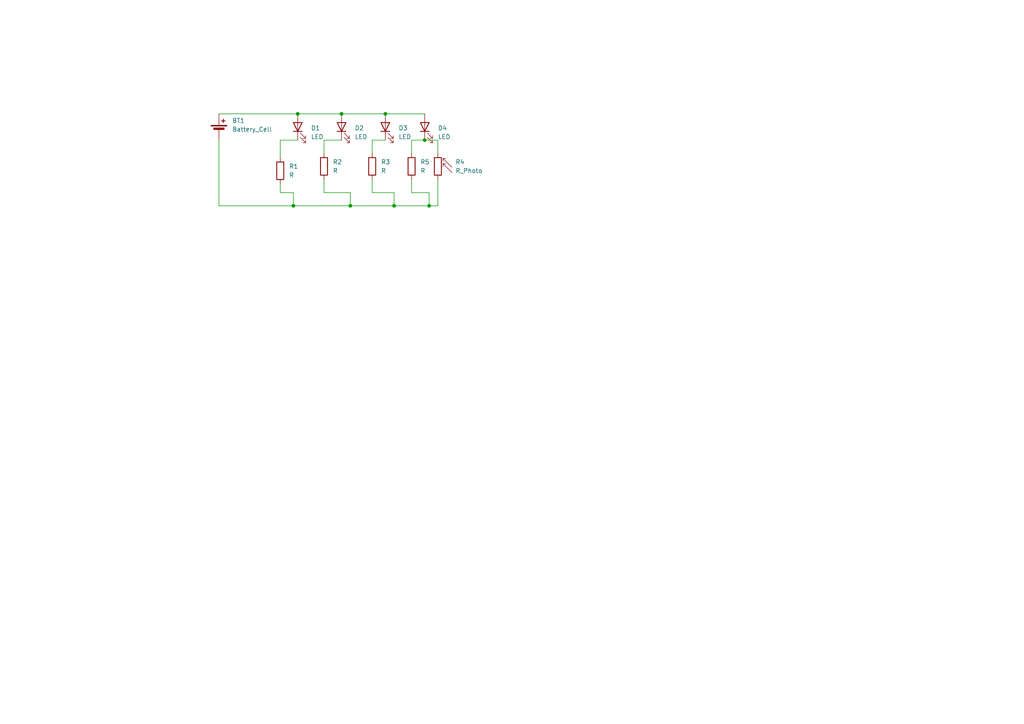
<source format=kicad_sch>
(kicad_sch
	(version 20250114)
	(generator "eeschema")
	(generator_version "9.0")
	(uuid "a70578d2-04d9-4bdd-a396-7176a0e6e46d")
	(paper "A4")
	(lib_symbols
		(symbol "Device:Battery_Cell"
			(pin_numbers
				(hide yes)
			)
			(pin_names
				(offset 0)
				(hide yes)
			)
			(exclude_from_sim no)
			(in_bom yes)
			(on_board yes)
			(property "Reference" "BT"
				(at 2.54 2.54 0)
				(effects
					(font
						(size 1.27 1.27)
					)
					(justify left)
				)
			)
			(property "Value" "Battery_Cell"
				(at 2.54 0 0)
				(effects
					(font
						(size 1.27 1.27)
					)
					(justify left)
				)
			)
			(property "Footprint" ""
				(at 0 1.524 90)
				(effects
					(font
						(size 1.27 1.27)
					)
					(hide yes)
				)
			)
			(property "Datasheet" "~"
				(at 0 1.524 90)
				(effects
					(font
						(size 1.27 1.27)
					)
					(hide yes)
				)
			)
			(property "Description" "Single-cell battery"
				(at 0 0 0)
				(effects
					(font
						(size 1.27 1.27)
					)
					(hide yes)
				)
			)
			(property "ki_keywords" "battery cell"
				(at 0 0 0)
				(effects
					(font
						(size 1.27 1.27)
					)
					(hide yes)
				)
			)
			(symbol "Battery_Cell_0_1"
				(rectangle
					(start -2.286 1.778)
					(end 2.286 1.524)
					(stroke
						(width 0)
						(type default)
					)
					(fill
						(type outline)
					)
				)
				(rectangle
					(start -1.524 1.016)
					(end 1.524 0.508)
					(stroke
						(width 0)
						(type default)
					)
					(fill
						(type outline)
					)
				)
				(polyline
					(pts
						(xy 0 1.778) (xy 0 2.54)
					)
					(stroke
						(width 0)
						(type default)
					)
					(fill
						(type none)
					)
				)
				(polyline
					(pts
						(xy 0 0.762) (xy 0 0)
					)
					(stroke
						(width 0)
						(type default)
					)
					(fill
						(type none)
					)
				)
				(polyline
					(pts
						(xy 0.762 3.048) (xy 1.778 3.048)
					)
					(stroke
						(width 0.254)
						(type default)
					)
					(fill
						(type none)
					)
				)
				(polyline
					(pts
						(xy 1.27 3.556) (xy 1.27 2.54)
					)
					(stroke
						(width 0.254)
						(type default)
					)
					(fill
						(type none)
					)
				)
			)
			(symbol "Battery_Cell_1_1"
				(pin passive line
					(at 0 5.08 270)
					(length 2.54)
					(name "+"
						(effects
							(font
								(size 1.27 1.27)
							)
						)
					)
					(number "1"
						(effects
							(font
								(size 1.27 1.27)
							)
						)
					)
				)
				(pin passive line
					(at 0 -2.54 90)
					(length 2.54)
					(name "-"
						(effects
							(font
								(size 1.27 1.27)
							)
						)
					)
					(number "2"
						(effects
							(font
								(size 1.27 1.27)
							)
						)
					)
				)
			)
			(embedded_fonts no)
		)
		(symbol "Device:LED"
			(pin_numbers
				(hide yes)
			)
			(pin_names
				(offset 1.016)
				(hide yes)
			)
			(exclude_from_sim no)
			(in_bom yes)
			(on_board yes)
			(property "Reference" "D"
				(at 0 2.54 0)
				(effects
					(font
						(size 1.27 1.27)
					)
				)
			)
			(property "Value" "LED"
				(at 0 -2.54 0)
				(effects
					(font
						(size 1.27 1.27)
					)
				)
			)
			(property "Footprint" ""
				(at 0 0 0)
				(effects
					(font
						(size 1.27 1.27)
					)
					(hide yes)
				)
			)
			(property "Datasheet" "~"
				(at 0 0 0)
				(effects
					(font
						(size 1.27 1.27)
					)
					(hide yes)
				)
			)
			(property "Description" "Light emitting diode"
				(at 0 0 0)
				(effects
					(font
						(size 1.27 1.27)
					)
					(hide yes)
				)
			)
			(property "Sim.Pins" "1=K 2=A"
				(at 0 0 0)
				(effects
					(font
						(size 1.27 1.27)
					)
					(hide yes)
				)
			)
			(property "ki_keywords" "LED diode"
				(at 0 0 0)
				(effects
					(font
						(size 1.27 1.27)
					)
					(hide yes)
				)
			)
			(property "ki_fp_filters" "LED* LED_SMD:* LED_THT:*"
				(at 0 0 0)
				(effects
					(font
						(size 1.27 1.27)
					)
					(hide yes)
				)
			)
			(symbol "LED_0_1"
				(polyline
					(pts
						(xy -3.048 -0.762) (xy -4.572 -2.286) (xy -3.81 -2.286) (xy -4.572 -2.286) (xy -4.572 -1.524)
					)
					(stroke
						(width 0)
						(type default)
					)
					(fill
						(type none)
					)
				)
				(polyline
					(pts
						(xy -1.778 -0.762) (xy -3.302 -2.286) (xy -2.54 -2.286) (xy -3.302 -2.286) (xy -3.302 -1.524)
					)
					(stroke
						(width 0)
						(type default)
					)
					(fill
						(type none)
					)
				)
				(polyline
					(pts
						(xy -1.27 0) (xy 1.27 0)
					)
					(stroke
						(width 0)
						(type default)
					)
					(fill
						(type none)
					)
				)
				(polyline
					(pts
						(xy -1.27 -1.27) (xy -1.27 1.27)
					)
					(stroke
						(width 0.254)
						(type default)
					)
					(fill
						(type none)
					)
				)
				(polyline
					(pts
						(xy 1.27 -1.27) (xy 1.27 1.27) (xy -1.27 0) (xy 1.27 -1.27)
					)
					(stroke
						(width 0.254)
						(type default)
					)
					(fill
						(type none)
					)
				)
			)
			(symbol "LED_1_1"
				(pin passive line
					(at -3.81 0 0)
					(length 2.54)
					(name "K"
						(effects
							(font
								(size 1.27 1.27)
							)
						)
					)
					(number "1"
						(effects
							(font
								(size 1.27 1.27)
							)
						)
					)
				)
				(pin passive line
					(at 3.81 0 180)
					(length 2.54)
					(name "A"
						(effects
							(font
								(size 1.27 1.27)
							)
						)
					)
					(number "2"
						(effects
							(font
								(size 1.27 1.27)
							)
						)
					)
				)
			)
			(embedded_fonts no)
		)
		(symbol "Device:R"
			(pin_numbers
				(hide yes)
			)
			(pin_names
				(offset 0)
			)
			(exclude_from_sim no)
			(in_bom yes)
			(on_board yes)
			(property "Reference" "R"
				(at 2.032 0 90)
				(effects
					(font
						(size 1.27 1.27)
					)
				)
			)
			(property "Value" "R"
				(at 0 0 90)
				(effects
					(font
						(size 1.27 1.27)
					)
				)
			)
			(property "Footprint" ""
				(at -1.778 0 90)
				(effects
					(font
						(size 1.27 1.27)
					)
					(hide yes)
				)
			)
			(property "Datasheet" "~"
				(at 0 0 0)
				(effects
					(font
						(size 1.27 1.27)
					)
					(hide yes)
				)
			)
			(property "Description" "Resistor"
				(at 0 0 0)
				(effects
					(font
						(size 1.27 1.27)
					)
					(hide yes)
				)
			)
			(property "ki_keywords" "R res resistor"
				(at 0 0 0)
				(effects
					(font
						(size 1.27 1.27)
					)
					(hide yes)
				)
			)
			(property "ki_fp_filters" "R_*"
				(at 0 0 0)
				(effects
					(font
						(size 1.27 1.27)
					)
					(hide yes)
				)
			)
			(symbol "R_0_1"
				(rectangle
					(start -1.016 -2.54)
					(end 1.016 2.54)
					(stroke
						(width 0.254)
						(type default)
					)
					(fill
						(type none)
					)
				)
			)
			(symbol "R_1_1"
				(pin passive line
					(at 0 3.81 270)
					(length 1.27)
					(name "~"
						(effects
							(font
								(size 1.27 1.27)
							)
						)
					)
					(number "1"
						(effects
							(font
								(size 1.27 1.27)
							)
						)
					)
				)
				(pin passive line
					(at 0 -3.81 90)
					(length 1.27)
					(name "~"
						(effects
							(font
								(size 1.27 1.27)
							)
						)
					)
					(number "2"
						(effects
							(font
								(size 1.27 1.27)
							)
						)
					)
				)
			)
			(embedded_fonts no)
		)
		(symbol "Device:R_Photo"
			(pin_numbers
				(hide yes)
			)
			(pin_names
				(offset 0)
			)
			(exclude_from_sim no)
			(in_bom yes)
			(on_board yes)
			(property "Reference" "R"
				(at 1.27 1.27 0)
				(effects
					(font
						(size 1.27 1.27)
					)
					(justify left)
				)
			)
			(property "Value" "R_Photo"
				(at 1.27 0 0)
				(effects
					(font
						(size 1.27 1.27)
					)
					(justify left top)
				)
			)
			(property "Footprint" ""
				(at 1.27 -6.35 90)
				(effects
					(font
						(size 1.27 1.27)
					)
					(justify left)
					(hide yes)
				)
			)
			(property "Datasheet" "~"
				(at 0 -1.27 0)
				(effects
					(font
						(size 1.27 1.27)
					)
					(hide yes)
				)
			)
			(property "Description" "Photoresistor"
				(at 0 0 0)
				(effects
					(font
						(size 1.27 1.27)
					)
					(hide yes)
				)
			)
			(property "ki_keywords" "resistor variable light sensitive opto LDR"
				(at 0 0 0)
				(effects
					(font
						(size 1.27 1.27)
					)
					(hide yes)
				)
			)
			(property "ki_fp_filters" "*LDR* R?LDR*"
				(at 0 0 0)
				(effects
					(font
						(size 1.27 1.27)
					)
					(hide yes)
				)
			)
			(symbol "R_Photo_0_1"
				(polyline
					(pts
						(xy -1.524 -0.762) (xy -4.064 1.778)
					)
					(stroke
						(width 0)
						(type default)
					)
					(fill
						(type none)
					)
				)
				(polyline
					(pts
						(xy -1.524 -0.762) (xy -2.286 -0.762)
					)
					(stroke
						(width 0)
						(type default)
					)
					(fill
						(type none)
					)
				)
				(polyline
					(pts
						(xy -1.524 -0.762) (xy -1.524 0)
					)
					(stroke
						(width 0)
						(type default)
					)
					(fill
						(type none)
					)
				)
				(polyline
					(pts
						(xy -1.524 -2.286) (xy -4.064 0.254)
					)
					(stroke
						(width 0)
						(type default)
					)
					(fill
						(type none)
					)
				)
				(polyline
					(pts
						(xy -1.524 -2.286) (xy -2.286 -2.286)
					)
					(stroke
						(width 0)
						(type default)
					)
					(fill
						(type none)
					)
				)
				(polyline
					(pts
						(xy -1.524 -2.286) (xy -1.524 -1.524)
					)
					(stroke
						(width 0)
						(type default)
					)
					(fill
						(type none)
					)
				)
				(rectangle
					(start -1.016 2.54)
					(end 1.016 -2.54)
					(stroke
						(width 0.254)
						(type default)
					)
					(fill
						(type none)
					)
				)
			)
			(symbol "R_Photo_1_1"
				(pin passive line
					(at 0 3.81 270)
					(length 1.27)
					(name "~"
						(effects
							(font
								(size 1.27 1.27)
							)
						)
					)
					(number "1"
						(effects
							(font
								(size 1.27 1.27)
							)
						)
					)
				)
				(pin passive line
					(at 0 -3.81 90)
					(length 1.27)
					(name "~"
						(effects
							(font
								(size 1.27 1.27)
							)
						)
					)
					(number "2"
						(effects
							(font
								(size 1.27 1.27)
							)
						)
					)
				)
			)
			(embedded_fonts no)
		)
	)
	(junction
		(at 123.19 40.64)
		(diameter 0)
		(color 0 0 0 0)
		(uuid "0bf8ee03-12df-49c9-bd97-da1a6595c6ce")
	)
	(junction
		(at 101.6 59.69)
		(diameter 0)
		(color 0 0 0 0)
		(uuid "27969fa9-633c-4821-ad6d-9820bb93f410")
	)
	(junction
		(at 99.06 33.02)
		(diameter 0)
		(color 0 0 0 0)
		(uuid "4d2a5644-995b-4450-94e8-a9f29c22d04e")
	)
	(junction
		(at 86.36 33.02)
		(diameter 0)
		(color 0 0 0 0)
		(uuid "730f9384-3b51-4528-a2dc-e9e875347085")
	)
	(junction
		(at 85.09 59.69)
		(diameter 0)
		(color 0 0 0 0)
		(uuid "9d4cbf2d-c5d5-4577-9bd7-6b0ebccc5fa9")
	)
	(junction
		(at 124.46 59.69)
		(diameter 0)
		(color 0 0 0 0)
		(uuid "b2320e69-e55c-4f4a-9acc-568fb24e74fe")
	)
	(junction
		(at 114.3 59.69)
		(diameter 0)
		(color 0 0 0 0)
		(uuid "d904a947-2f94-4b60-a8b4-98e1aabd43ab")
	)
	(junction
		(at 111.76 33.02)
		(diameter 0)
		(color 0 0 0 0)
		(uuid "f2f20e4f-d17d-49d0-81fc-c5df047c9a02")
	)
	(wire
		(pts
			(xy 114.3 55.88) (xy 114.3 59.69)
		)
		(stroke
			(width 0)
			(type default)
		)
		(uuid "03d27620-248c-477c-a788-128807e03fd9")
	)
	(wire
		(pts
			(xy 127 44.45) (xy 127 40.64)
		)
		(stroke
			(width 0)
			(type default)
		)
		(uuid "0a0bc4b6-2b6c-4ac6-b95b-d7508a1164dc")
	)
	(wire
		(pts
			(xy 81.28 53.34) (xy 81.28 55.88)
		)
		(stroke
			(width 0)
			(type default)
		)
		(uuid "0c827720-46d0-4006-bce8-9526f88f431a")
	)
	(wire
		(pts
			(xy 123.19 40.64) (xy 119.38 40.64)
		)
		(stroke
			(width 0)
			(type default)
		)
		(uuid "1110a84a-1271-45c6-8926-7dab796041b4")
	)
	(wire
		(pts
			(xy 119.38 52.07) (xy 119.38 55.88)
		)
		(stroke
			(width 0)
			(type default)
		)
		(uuid "2549f58c-1495-4b97-bd9b-0009d0b7fff5")
	)
	(wire
		(pts
			(xy 81.28 55.88) (xy 85.09 55.88)
		)
		(stroke
			(width 0)
			(type default)
		)
		(uuid "2c1b3ec6-ff53-4eb7-8446-849db2306d17")
	)
	(wire
		(pts
			(xy 107.95 40.64) (xy 107.95 44.45)
		)
		(stroke
			(width 0)
			(type default)
		)
		(uuid "2f0067d7-8ad4-45dd-9ba7-5c95fbd6803e")
	)
	(wire
		(pts
			(xy 63.5 33.02) (xy 86.36 33.02)
		)
		(stroke
			(width 0)
			(type default)
		)
		(uuid "3c7352fe-3d5f-4ec2-b523-600ef4e2f2d0")
	)
	(wire
		(pts
			(xy 93.98 52.07) (xy 93.98 55.88)
		)
		(stroke
			(width 0)
			(type default)
		)
		(uuid "43e881be-53cb-44bb-8e9c-247c148fa0e2")
	)
	(wire
		(pts
			(xy 101.6 59.69) (xy 114.3 59.69)
		)
		(stroke
			(width 0)
			(type default)
		)
		(uuid "47499924-d191-489b-958e-ecee59a1facd")
	)
	(wire
		(pts
			(xy 119.38 40.64) (xy 119.38 44.45)
		)
		(stroke
			(width 0)
			(type default)
		)
		(uuid "4f8a3251-ee2d-430a-b1ac-5961f2608d65")
	)
	(wire
		(pts
			(xy 119.38 55.88) (xy 124.46 55.88)
		)
		(stroke
			(width 0)
			(type default)
		)
		(uuid "578c1d1f-beb4-4fde-88d5-6bf54af3b474")
	)
	(wire
		(pts
			(xy 81.28 45.72) (xy 81.28 40.64)
		)
		(stroke
			(width 0)
			(type default)
		)
		(uuid "5c18b5d2-3aed-4c44-9cca-171f13f308db")
	)
	(wire
		(pts
			(xy 127 40.64) (xy 123.19 40.64)
		)
		(stroke
			(width 0)
			(type default)
		)
		(uuid "75251eb2-ecda-447e-9239-9b9b02ef5294")
	)
	(wire
		(pts
			(xy 93.98 55.88) (xy 101.6 55.88)
		)
		(stroke
			(width 0)
			(type default)
		)
		(uuid "7611db4d-5387-4a76-abfe-6ca8159d8e9c")
	)
	(wire
		(pts
			(xy 111.76 40.64) (xy 107.95 40.64)
		)
		(stroke
			(width 0)
			(type default)
		)
		(uuid "7cce6448-f4f8-4140-b4ef-b95623b27344")
	)
	(wire
		(pts
			(xy 81.28 40.64) (xy 86.36 40.64)
		)
		(stroke
			(width 0)
			(type default)
		)
		(uuid "7fcd2227-fb05-494d-b815-cecb7b26f553")
	)
	(wire
		(pts
			(xy 85.09 55.88) (xy 85.09 59.69)
		)
		(stroke
			(width 0)
			(type default)
		)
		(uuid "8d621e05-88d8-441a-9065-cb970b3d935d")
	)
	(wire
		(pts
			(xy 63.5 40.64) (xy 63.5 59.69)
		)
		(stroke
			(width 0)
			(type default)
		)
		(uuid "935ae4cb-048f-420e-a799-0efec8c9f289")
	)
	(wire
		(pts
			(xy 124.46 59.69) (xy 127 59.69)
		)
		(stroke
			(width 0)
			(type default)
		)
		(uuid "95d39370-b0fd-43be-ae72-82f8c4daae2d")
	)
	(wire
		(pts
			(xy 114.3 59.69) (xy 124.46 59.69)
		)
		(stroke
			(width 0)
			(type default)
		)
		(uuid "96bdf894-395c-4c67-8900-2d5294ddde5e")
	)
	(wire
		(pts
			(xy 85.09 59.69) (xy 101.6 59.69)
		)
		(stroke
			(width 0)
			(type default)
		)
		(uuid "9e5bbabf-6ddd-40fc-a806-a14f2c26e426")
	)
	(wire
		(pts
			(xy 124.46 55.88) (xy 124.46 59.69)
		)
		(stroke
			(width 0)
			(type default)
		)
		(uuid "a422803e-e14b-4da5-b8de-f818a491ce21")
	)
	(wire
		(pts
			(xy 111.76 33.02) (xy 123.19 33.02)
		)
		(stroke
			(width 0)
			(type default)
		)
		(uuid "a9a661e2-5e73-4250-b98f-d59476e82242")
	)
	(wire
		(pts
			(xy 107.95 52.07) (xy 107.95 55.88)
		)
		(stroke
			(width 0)
			(type default)
		)
		(uuid "c0b52bda-006f-4973-aef5-6e2e519a839b")
	)
	(wire
		(pts
			(xy 127 52.07) (xy 127 59.69)
		)
		(stroke
			(width 0)
			(type default)
		)
		(uuid "c4783e9a-50f4-4815-919c-859e0e8df78d")
	)
	(wire
		(pts
			(xy 99.06 40.64) (xy 93.98 40.64)
		)
		(stroke
			(width 0)
			(type default)
		)
		(uuid "c486ed19-996d-4ab2-ad87-ff05d4f06291")
	)
	(wire
		(pts
			(xy 63.5 59.69) (xy 85.09 59.69)
		)
		(stroke
			(width 0)
			(type default)
		)
		(uuid "cd2fa134-ac3e-4712-81fb-2207eb2079fa")
	)
	(wire
		(pts
			(xy 86.36 33.02) (xy 99.06 33.02)
		)
		(stroke
			(width 0)
			(type default)
		)
		(uuid "ce5edd93-f822-4065-8ca3-f7036e7b863d")
	)
	(wire
		(pts
			(xy 93.98 40.64) (xy 93.98 44.45)
		)
		(stroke
			(width 0)
			(type default)
		)
		(uuid "dd9da71c-75a9-4f9d-8a0f-7e99a66805c7")
	)
	(wire
		(pts
			(xy 101.6 55.88) (xy 101.6 59.69)
		)
		(stroke
			(width 0)
			(type default)
		)
		(uuid "eece4f77-241a-4312-b05a-353a2678f257")
	)
	(wire
		(pts
			(xy 107.95 55.88) (xy 114.3 55.88)
		)
		(stroke
			(width 0)
			(type default)
		)
		(uuid "f61d5952-8ab4-4846-bb63-ff26dbc71d85")
	)
	(wire
		(pts
			(xy 99.06 33.02) (xy 111.76 33.02)
		)
		(stroke
			(width 0)
			(type default)
		)
		(uuid "f6526296-1d2b-4e3d-9a3a-865cec29e741")
	)
	(symbol
		(lib_id "Device:LED")
		(at 86.36 36.83 90)
		(unit 1)
		(exclude_from_sim no)
		(in_bom yes)
		(on_board yes)
		(dnp no)
		(fields_autoplaced yes)
		(uuid "13858376-4e94-4949-af38-d778fa57b861")
		(property "Reference" "D1"
			(at 90.17 37.1474 90)
			(effects
				(font
					(size 1.27 1.27)
				)
				(justify right)
			)
		)
		(property "Value" "LED"
			(at 90.17 39.6874 90)
			(effects
				(font
					(size 1.27 1.27)
				)
				(justify right)
			)
		)
		(property "Footprint" "LED_THT:LED_D5.0mm"
			(at 86.36 36.83 0)
			(effects
				(font
					(size 1.27 1.27)
				)
				(hide yes)
			)
		)
		(property "Datasheet" "~"
			(at 86.36 36.83 0)
			(effects
				(font
					(size 1.27 1.27)
				)
				(hide yes)
			)
		)
		(property "Description" "Light emitting diode"
			(at 86.36 36.83 0)
			(effects
				(font
					(size 1.27 1.27)
				)
				(hide yes)
			)
		)
		(property "Sim.Pins" "1=K 2=A"
			(at 86.36 36.83 0)
			(effects
				(font
					(size 1.27 1.27)
				)
				(hide yes)
			)
		)
		(pin "2"
			(uuid "3ca4b0bd-e716-4a13-bb04-7e99414a04bf")
		)
		(pin "1"
			(uuid "bb9a4e00-b3c9-4a09-a977-2fa918db5473")
		)
		(instances
			(project ""
				(path "/a70578d2-04d9-4bdd-a396-7176a0e6e46d"
					(reference "D1")
					(unit 1)
				)
			)
		)
	)
	(symbol
		(lib_id "Device:R")
		(at 93.98 48.26 0)
		(unit 1)
		(exclude_from_sim no)
		(in_bom yes)
		(on_board yes)
		(dnp no)
		(fields_autoplaced yes)
		(uuid "258e4755-9e2c-4f46-9137-f50b6267f78c")
		(property "Reference" "R2"
			(at 96.52 46.9899 0)
			(effects
				(font
					(size 1.27 1.27)
				)
				(justify left)
			)
		)
		(property "Value" "R"
			(at 96.52 49.5299 0)
			(effects
				(font
					(size 1.27 1.27)
				)
				(justify left)
			)
		)
		(property "Footprint" "Resistor_THT:R_Axial_DIN0207_L6.3mm_D2.5mm_P7.62mm_Horizontal"
			(at 92.202 48.26 90)
			(effects
				(font
					(size 1.27 1.27)
				)
				(hide yes)
			)
		)
		(property "Datasheet" "~"
			(at 93.98 48.26 0)
			(effects
				(font
					(size 1.27 1.27)
				)
				(hide yes)
			)
		)
		(property "Description" "Resistor"
			(at 93.98 48.26 0)
			(effects
				(font
					(size 1.27 1.27)
				)
				(hide yes)
			)
		)
		(pin "1"
			(uuid "f37fc12b-10f4-4322-9bd7-c3c832fb621d")
		)
		(pin "2"
			(uuid "74221c5b-462c-42c1-a3b1-338da6b7906b")
		)
		(instances
			(project "yash001 pcb"
				(path "/a70578d2-04d9-4bdd-a396-7176a0e6e46d"
					(reference "R2")
					(unit 1)
				)
			)
		)
	)
	(symbol
		(lib_id "Device:R_Photo")
		(at 127 48.26 180)
		(unit 1)
		(exclude_from_sim no)
		(in_bom yes)
		(on_board yes)
		(dnp no)
		(fields_autoplaced yes)
		(uuid "3df4aeb6-4b12-4239-9533-e2d5af124f3f")
		(property "Reference" "R4"
			(at 132.08 46.9899 0)
			(effects
				(font
					(size 1.27 1.27)
				)
				(justify right)
			)
		)
		(property "Value" "R_Photo"
			(at 132.08 49.5299 0)
			(effects
				(font
					(size 1.27 1.27)
				)
				(justify right)
			)
		)
		(property "Footprint" "OptoDevice:R_LDR_5.1x4.3mm_P3.4mm_Vertical"
			(at 125.73 41.91 90)
			(effects
				(font
					(size 1.27 1.27)
				)
				(justify left)
				(hide yes)
			)
		)
		(property "Datasheet" "~"
			(at 127 46.99 0)
			(effects
				(font
					(size 1.27 1.27)
				)
				(hide yes)
			)
		)
		(property "Description" "Photoresistor"
			(at 127 48.26 0)
			(effects
				(font
					(size 1.27 1.27)
				)
				(hide yes)
			)
		)
		(pin "1"
			(uuid "37081e81-6d14-4941-a9ac-94936970e1cd")
		)
		(pin "2"
			(uuid "f1021303-6fee-4975-a95c-bbc18e7dced9")
		)
		(instances
			(project "yash001 pcb"
				(path "/a70578d2-04d9-4bdd-a396-7176a0e6e46d"
					(reference "R4")
					(unit 1)
				)
			)
		)
	)
	(symbol
		(lib_id "Device:LED")
		(at 111.76 36.83 90)
		(unit 1)
		(exclude_from_sim no)
		(in_bom yes)
		(on_board yes)
		(dnp no)
		(fields_autoplaced yes)
		(uuid "579d1582-3ee8-47fd-aced-db157c761624")
		(property "Reference" "D3"
			(at 115.57 37.1474 90)
			(effects
				(font
					(size 1.27 1.27)
				)
				(justify right)
			)
		)
		(property "Value" "LED"
			(at 115.57 39.6874 90)
			(effects
				(font
					(size 1.27 1.27)
				)
				(justify right)
			)
		)
		(property "Footprint" "LED_THT:LED_D5.0mm"
			(at 111.76 36.83 0)
			(effects
				(font
					(size 1.27 1.27)
				)
				(hide yes)
			)
		)
		(property "Datasheet" "~"
			(at 111.76 36.83 0)
			(effects
				(font
					(size 1.27 1.27)
				)
				(hide yes)
			)
		)
		(property "Description" "Light emitting diode"
			(at 111.76 36.83 0)
			(effects
				(font
					(size 1.27 1.27)
				)
				(hide yes)
			)
		)
		(property "Sim.Pins" "1=K 2=A"
			(at 111.76 36.83 0)
			(effects
				(font
					(size 1.27 1.27)
				)
				(hide yes)
			)
		)
		(pin "2"
			(uuid "9a499c3b-9e1a-4ef1-87a0-4b474d3943ec")
		)
		(pin "1"
			(uuid "2ac696ef-fb3e-443b-a147-2ca6a4aeb7aa")
		)
		(instances
			(project "yash001 pcb"
				(path "/a70578d2-04d9-4bdd-a396-7176a0e6e46d"
					(reference "D3")
					(unit 1)
				)
			)
		)
	)
	(symbol
		(lib_id "Device:R")
		(at 81.28 49.53 0)
		(unit 1)
		(exclude_from_sim no)
		(in_bom yes)
		(on_board yes)
		(dnp no)
		(fields_autoplaced yes)
		(uuid "6defcb37-cee1-42d6-a51e-b4c7317705b6")
		(property "Reference" "R1"
			(at 83.82 48.2599 0)
			(effects
				(font
					(size 1.27 1.27)
				)
				(justify left)
			)
		)
		(property "Value" "R"
			(at 83.82 50.7999 0)
			(effects
				(font
					(size 1.27 1.27)
				)
				(justify left)
			)
		)
		(property "Footprint" "Resistor_THT:R_Axial_DIN0207_L6.3mm_D2.5mm_P7.62mm_Horizontal"
			(at 79.502 49.53 90)
			(effects
				(font
					(size 1.27 1.27)
				)
				(hide yes)
			)
		)
		(property "Datasheet" "~"
			(at 81.28 49.53 0)
			(effects
				(font
					(size 1.27 1.27)
				)
				(hide yes)
			)
		)
		(property "Description" "Resistor"
			(at 81.28 49.53 0)
			(effects
				(font
					(size 1.27 1.27)
				)
				(hide yes)
			)
		)
		(pin "1"
			(uuid "0a24768d-b1c4-4b5f-9f43-4cf849939e19")
		)
		(pin "2"
			(uuid "27c010e9-4b1c-432a-8e91-d9bc88b83995")
		)
		(instances
			(project ""
				(path "/a70578d2-04d9-4bdd-a396-7176a0e6e46d"
					(reference "R1")
					(unit 1)
				)
			)
		)
	)
	(symbol
		(lib_id "Device:Battery_Cell")
		(at 63.5 38.1 0)
		(unit 1)
		(exclude_from_sim no)
		(in_bom yes)
		(on_board yes)
		(dnp no)
		(fields_autoplaced yes)
		(uuid "8f41194b-482b-4e58-be75-16cefdcc9cb6")
		(property "Reference" "BT1"
			(at 67.31 34.9884 0)
			(effects
				(font
					(size 1.27 1.27)
				)
				(justify left)
			)
		)
		(property "Value" "Battery_Cell"
			(at 67.31 37.5284 0)
			(effects
				(font
					(size 1.27 1.27)
				)
				(justify left)
			)
		)
		(property "Footprint" "Battery:BatteryHolder_Keystone_3034_1x20mm"
			(at 63.5 36.576 90)
			(effects
				(font
					(size 1.27 1.27)
				)
				(hide yes)
			)
		)
		(property "Datasheet" "~"
			(at 63.5 36.576 90)
			(effects
				(font
					(size 1.27 1.27)
				)
				(hide yes)
			)
		)
		(property "Description" "Single-cell battery"
			(at 63.5 38.1 0)
			(effects
				(font
					(size 1.27 1.27)
				)
				(hide yes)
			)
		)
		(pin "1"
			(uuid "7f08b2e7-5c2e-45b7-9f3b-ca883482a5bf")
		)
		(pin "2"
			(uuid "3b93f498-00c4-4f30-813c-1b7488dcb889")
		)
		(instances
			(project ""
				(path "/a70578d2-04d9-4bdd-a396-7176a0e6e46d"
					(reference "BT1")
					(unit 1)
				)
			)
		)
	)
	(symbol
		(lib_id "Device:R")
		(at 107.95 48.26 0)
		(unit 1)
		(exclude_from_sim no)
		(in_bom yes)
		(on_board yes)
		(dnp no)
		(fields_autoplaced yes)
		(uuid "9e2a9f5f-a485-421e-992b-e04db2585a73")
		(property "Reference" "R3"
			(at 110.49 46.9899 0)
			(effects
				(font
					(size 1.27 1.27)
				)
				(justify left)
			)
		)
		(property "Value" "R"
			(at 110.49 49.5299 0)
			(effects
				(font
					(size 1.27 1.27)
				)
				(justify left)
			)
		)
		(property "Footprint" "Resistor_THT:R_Axial_DIN0207_L6.3mm_D2.5mm_P7.62mm_Horizontal"
			(at 106.172 48.26 90)
			(effects
				(font
					(size 1.27 1.27)
				)
				(hide yes)
			)
		)
		(property "Datasheet" "~"
			(at 107.95 48.26 0)
			(effects
				(font
					(size 1.27 1.27)
				)
				(hide yes)
			)
		)
		(property "Description" "Resistor"
			(at 107.95 48.26 0)
			(effects
				(font
					(size 1.27 1.27)
				)
				(hide yes)
			)
		)
		(pin "1"
			(uuid "d493dec1-0328-4908-9b7f-c902e5aefa88")
		)
		(pin "2"
			(uuid "077e5d13-1ab5-4417-89f1-87c6cc1a3778")
		)
		(instances
			(project "yash001 pcb"
				(path "/a70578d2-04d9-4bdd-a396-7176a0e6e46d"
					(reference "R3")
					(unit 1)
				)
			)
		)
	)
	(symbol
		(lib_id "Device:R")
		(at 119.38 48.26 0)
		(unit 1)
		(exclude_from_sim no)
		(in_bom yes)
		(on_board yes)
		(dnp no)
		(fields_autoplaced yes)
		(uuid "c8cee698-6494-4523-8747-35dad9b39a58")
		(property "Reference" "R5"
			(at 121.92 46.9899 0)
			(effects
				(font
					(size 1.27 1.27)
				)
				(justify left)
			)
		)
		(property "Value" "R"
			(at 121.92 49.5299 0)
			(effects
				(font
					(size 1.27 1.27)
				)
				(justify left)
			)
		)
		(property "Footprint" "Resistor_THT:R_Axial_DIN0207_L6.3mm_D2.5mm_P7.62mm_Horizontal"
			(at 117.602 48.26 90)
			(effects
				(font
					(size 1.27 1.27)
				)
				(hide yes)
			)
		)
		(property "Datasheet" "~"
			(at 119.38 48.26 0)
			(effects
				(font
					(size 1.27 1.27)
				)
				(hide yes)
			)
		)
		(property "Description" "Resistor"
			(at 119.38 48.26 0)
			(effects
				(font
					(size 1.27 1.27)
				)
				(hide yes)
			)
		)
		(pin "1"
			(uuid "2f5edc67-a9df-4c0c-9cd7-0c6bc9b39389")
		)
		(pin "2"
			(uuid "de9452c4-1c50-4505-9158-8d7f4f75570c")
		)
		(instances
			(project "yash001 pcb"
				(path "/a70578d2-04d9-4bdd-a396-7176a0e6e46d"
					(reference "R5")
					(unit 1)
				)
			)
		)
	)
	(symbol
		(lib_id "Device:LED")
		(at 123.19 36.83 90)
		(unit 1)
		(exclude_from_sim no)
		(in_bom yes)
		(on_board yes)
		(dnp no)
		(fields_autoplaced yes)
		(uuid "cefec6f0-2370-45b0-97c6-f26bf1dd17ed")
		(property "Reference" "D4"
			(at 127 37.1474 90)
			(effects
				(font
					(size 1.27 1.27)
				)
				(justify right)
			)
		)
		(property "Value" "LED"
			(at 127 39.6874 90)
			(effects
				(font
					(size 1.27 1.27)
				)
				(justify right)
			)
		)
		(property "Footprint" "LED_THT:LED_D5.0mm"
			(at 123.19 36.83 0)
			(effects
				(font
					(size 1.27 1.27)
				)
				(hide yes)
			)
		)
		(property "Datasheet" "~"
			(at 123.19 36.83 0)
			(effects
				(font
					(size 1.27 1.27)
				)
				(hide yes)
			)
		)
		(property "Description" "Light emitting diode"
			(at 123.19 36.83 0)
			(effects
				(font
					(size 1.27 1.27)
				)
				(hide yes)
			)
		)
		(property "Sim.Pins" "1=K 2=A"
			(at 123.19 36.83 0)
			(effects
				(font
					(size 1.27 1.27)
				)
				(hide yes)
			)
		)
		(pin "2"
			(uuid "2d2da27e-1904-44d9-8833-bcef6d262407")
		)
		(pin "1"
			(uuid "e93b1bb9-db87-4d0d-9105-d53b14dbe09d")
		)
		(instances
			(project "yash001 pcb"
				(path "/a70578d2-04d9-4bdd-a396-7176a0e6e46d"
					(reference "D4")
					(unit 1)
				)
			)
		)
	)
	(symbol
		(lib_id "Device:LED")
		(at 99.06 36.83 90)
		(unit 1)
		(exclude_from_sim no)
		(in_bom yes)
		(on_board yes)
		(dnp no)
		(fields_autoplaced yes)
		(uuid "d03bed1b-35db-4a8a-b4ba-7954f332472a")
		(property "Reference" "D2"
			(at 102.87 37.1474 90)
			(effects
				(font
					(size 1.27 1.27)
				)
				(justify right)
			)
		)
		(property "Value" "LED"
			(at 102.87 39.6874 90)
			(effects
				(font
					(size 1.27 1.27)
				)
				(justify right)
			)
		)
		(property "Footprint" "LED_THT:LED_D5.0mm"
			(at 99.06 36.83 0)
			(effects
				(font
					(size 1.27 1.27)
				)
				(hide yes)
			)
		)
		(property "Datasheet" "~"
			(at 99.06 36.83 0)
			(effects
				(font
					(size 1.27 1.27)
				)
				(hide yes)
			)
		)
		(property "Description" "Light emitting diode"
			(at 99.06 36.83 0)
			(effects
				(font
					(size 1.27 1.27)
				)
				(hide yes)
			)
		)
		(property "Sim.Pins" "1=K 2=A"
			(at 99.06 36.83 0)
			(effects
				(font
					(size 1.27 1.27)
				)
				(hide yes)
			)
		)
		(pin "2"
			(uuid "e630d72d-4854-42ab-ae6e-c1498135daa6")
		)
		(pin "1"
			(uuid "14723fff-d777-4850-9655-7fb723a798ca")
		)
		(instances
			(project "yash001 pcb"
				(path "/a70578d2-04d9-4bdd-a396-7176a0e6e46d"
					(reference "D2")
					(unit 1)
				)
			)
		)
	)
	(sheet_instances
		(path "/"
			(page "1")
		)
	)
	(embedded_fonts no)
)

</source>
